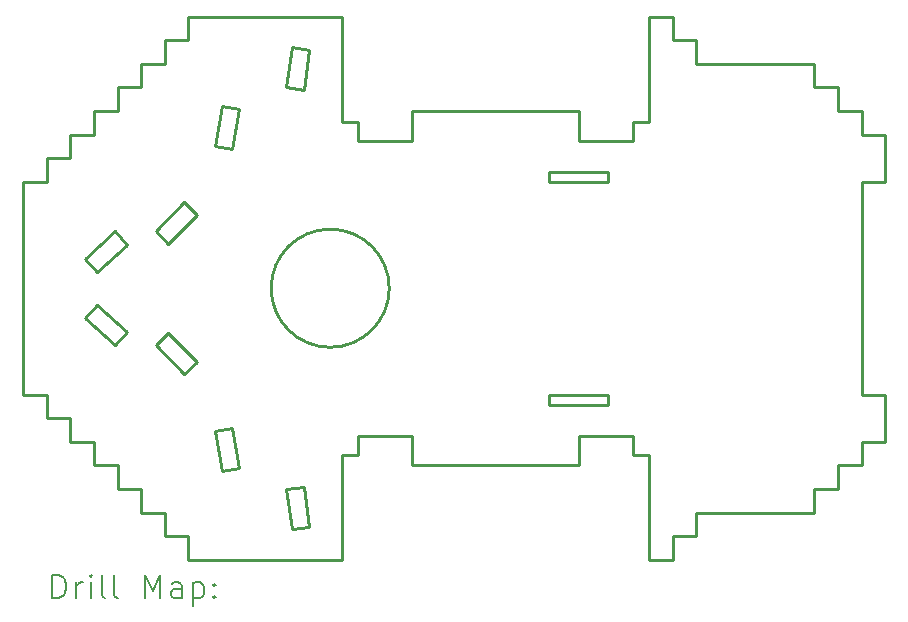
<source format=gbr>
%TF.GenerationSoftware,KiCad,Pcbnew,7.0.5*%
%TF.CreationDate,2024-01-12T06:43:09+09:00*%
%TF.ProjectId,uglyBob,75676c79-426f-4622-9e6b-696361645f70,rev?*%
%TF.SameCoordinates,Original*%
%TF.FileFunction,Drillmap*%
%TF.FilePolarity,Positive*%
%FSLAX45Y45*%
G04 Gerber Fmt 4.5, Leading zero omitted, Abs format (unit mm)*
G04 Created by KiCad (PCBNEW 7.0.5) date 2024-01-12 06:43:09*
%MOMM*%
%LPD*%
G01*
G04 APERTURE LIST*
%ADD10C,0.250000*%
%ADD11C,0.200000*%
G04 APERTURE END LIST*
D10*
X13100000Y-10900000D02*
X13100000Y-9100000D01*
X11300000Y-8590000D02*
X11165000Y-8590000D01*
X7000000Y-11900000D02*
X7200000Y-11900000D01*
X7400000Y-7700000D02*
X7400000Y-7900000D01*
X11165000Y-8590000D02*
X11165000Y-8750000D01*
X10455000Y-9015000D02*
X10455000Y-9100000D01*
X6200000Y-8900000D02*
X6200000Y-9100000D01*
X7228909Y-9622151D02*
X7471091Y-9377849D01*
X7200000Y-11900000D02*
X7200000Y-12100000D01*
X8227148Y-11700983D02*
X8275878Y-12041514D01*
X9295000Y-8500000D02*
X9295000Y-8750000D01*
X10955000Y-9100000D02*
X10955000Y-9015000D01*
X10705000Y-8750000D02*
X10705000Y-8500000D01*
X7623674Y-11205110D02*
X7680439Y-11544394D01*
X6000000Y-10900000D02*
X6200000Y-10900000D01*
X9295000Y-8750000D02*
X8835000Y-8750000D01*
X13100000Y-11300000D02*
X13300000Y-11300000D01*
X7471091Y-9377849D02*
X7364564Y-9272246D01*
X7828383Y-8480358D02*
X7680439Y-8455606D01*
X6622445Y-10138257D02*
X6521818Y-10249497D01*
X12900000Y-11700000D02*
X12900000Y-11500000D01*
X10455000Y-9100000D02*
X10955000Y-9100000D01*
X12900000Y-11500000D02*
X13100000Y-11500000D01*
X11700000Y-11900000D02*
X12700000Y-11900000D01*
X8835000Y-8590000D02*
X8700000Y-8590000D01*
X11165000Y-11410000D02*
X11300000Y-11410000D01*
X7828383Y-11519642D02*
X7771617Y-11180358D01*
X11500000Y-12300000D02*
X11500000Y-12100000D01*
X8700000Y-11410000D02*
X8835000Y-11410000D01*
X11500000Y-7900000D02*
X11500000Y-7700000D01*
X8835000Y-11250000D02*
X9295000Y-11250000D01*
X10705000Y-8500000D02*
X9295000Y-8500000D01*
X11165000Y-8750000D02*
X10705000Y-8750000D01*
X13300000Y-8700000D02*
X13100000Y-8700000D01*
X11165000Y-11250000D02*
X11165000Y-11410000D01*
X8375635Y-8320265D02*
X8424365Y-7979734D01*
X7771617Y-8819642D02*
X7828383Y-8480358D01*
X6877555Y-9630973D02*
X6776928Y-9519733D01*
X12900000Y-8500000D02*
X12900000Y-8300000D01*
X12700000Y-8100000D02*
X11700000Y-8100000D01*
X6000000Y-9100000D02*
X6000000Y-10900000D01*
X8700000Y-7700000D02*
X7400000Y-7700000D01*
X6600000Y-11300000D02*
X6600000Y-11500000D01*
X7200000Y-7900000D02*
X7200000Y-8100000D01*
X9295000Y-11250000D02*
X9295000Y-11500000D01*
X6521818Y-9750504D02*
X6622445Y-9861743D01*
X6800000Y-11500000D02*
X6800000Y-11700000D01*
X8424365Y-12020265D02*
X8375635Y-11679734D01*
X11300000Y-7700000D02*
X11300000Y-8590000D01*
X12700000Y-11900000D02*
X12700000Y-11700000D01*
X6400000Y-11300000D02*
X6600000Y-11300000D01*
X7771617Y-11180358D02*
X7623674Y-11205110D01*
X7228909Y-10377849D02*
X7122382Y-10483452D01*
X7680439Y-8455606D02*
X7623674Y-8794890D01*
X6400000Y-8700000D02*
X6400000Y-8900000D01*
X13300000Y-11300000D02*
X13300000Y-10900000D01*
X7000000Y-8100000D02*
X7000000Y-8300000D01*
X8700000Y-12300000D02*
X8700000Y-11410000D01*
X6200000Y-9100000D02*
X6000000Y-9100000D01*
X6776928Y-9519733D02*
X6521818Y-9750504D01*
X10705000Y-11250000D02*
X11165000Y-11250000D01*
X7400000Y-7900000D02*
X7200000Y-7900000D01*
X11300000Y-11410000D02*
X11300000Y-12300000D01*
X13100000Y-8500000D02*
X12900000Y-8500000D01*
X7122382Y-10483452D02*
X7364564Y-10727754D01*
X10455000Y-10985000D02*
X10955000Y-10985000D01*
X6800000Y-8500000D02*
X6600000Y-8500000D01*
X8375635Y-11679734D02*
X8227148Y-11700983D01*
X7200000Y-8100000D02*
X7000000Y-8100000D01*
X6600000Y-8500000D02*
X6600000Y-8700000D01*
X10705000Y-11500000D02*
X10705000Y-11250000D01*
X6800000Y-11700000D02*
X7000000Y-11700000D01*
X8275878Y-12041514D02*
X8424365Y-12020265D01*
X6400000Y-8900000D02*
X6200000Y-8900000D01*
X8275878Y-7958486D02*
X8227148Y-8299017D01*
X10955000Y-9015000D02*
X10455000Y-9015000D01*
X6877555Y-10369028D02*
X6622445Y-10138257D01*
X9100000Y-10000000D02*
G75*
G03*
X9100000Y-10000000I-500000J0D01*
G01*
X8835000Y-8750000D02*
X8835000Y-8590000D01*
X7471091Y-10622151D02*
X7228909Y-10377849D01*
X8700000Y-8590000D02*
X8700000Y-7700000D01*
X7400000Y-12100000D02*
X7400000Y-12300000D01*
X7364564Y-9272246D02*
X7122382Y-9516548D01*
X13100000Y-9100000D02*
X13300000Y-9100000D01*
X6622445Y-9861743D02*
X6877555Y-9630973D01*
X13100000Y-11500000D02*
X13100000Y-11300000D01*
X10955000Y-10900000D02*
X10455000Y-10900000D01*
X9295000Y-11500000D02*
X10705000Y-11500000D01*
X8227148Y-8299017D02*
X8375635Y-8320265D01*
X8424365Y-7979734D02*
X8275878Y-7958486D01*
X7122382Y-9516548D02*
X7228909Y-9622151D01*
X7364564Y-10727754D02*
X7471091Y-10622151D01*
X6200000Y-11100000D02*
X6400000Y-11100000D01*
X11700000Y-7900000D02*
X11500000Y-7900000D01*
X11500000Y-12100000D02*
X11700000Y-12100000D01*
X11300000Y-12300000D02*
X11500000Y-12300000D01*
X6776928Y-10480267D02*
X6877555Y-10369028D01*
X7623674Y-8794890D02*
X7771617Y-8819642D01*
X6200000Y-10900000D02*
X6200000Y-11100000D01*
X6521818Y-10249497D02*
X6776928Y-10480267D01*
X13100000Y-8700000D02*
X13100000Y-8500000D01*
X7000000Y-11700000D02*
X7000000Y-11900000D01*
X7200000Y-12100000D02*
X7400000Y-12100000D01*
X12700000Y-8300000D02*
X12700000Y-8100000D01*
X11500000Y-7700000D02*
X11300000Y-7700000D01*
X10955000Y-10985000D02*
X10955000Y-10900000D01*
X12700000Y-11700000D02*
X12900000Y-11700000D01*
X10455000Y-10900000D02*
X10455000Y-10985000D01*
X6400000Y-11100000D02*
X6400000Y-11300000D01*
X7400000Y-12300000D02*
X8700000Y-12300000D01*
X11700000Y-12100000D02*
X11700000Y-11900000D01*
X13300000Y-9100000D02*
X13300000Y-8700000D01*
X6800000Y-8300000D02*
X6800000Y-8500000D01*
X8835000Y-11410000D02*
X8835000Y-11250000D01*
X6600000Y-11500000D02*
X6800000Y-11500000D01*
X7680439Y-11544394D02*
X7828383Y-11519642D01*
X13300000Y-10900000D02*
X13100000Y-10900000D01*
X11700000Y-8100000D02*
X11700000Y-7900000D01*
X12900000Y-8300000D02*
X12700000Y-8300000D01*
X6600000Y-8700000D02*
X6400000Y-8700000D01*
X7000000Y-8300000D02*
X6800000Y-8300000D01*
D11*
X6248277Y-12623984D02*
X6248277Y-12423984D01*
X6248277Y-12423984D02*
X6295896Y-12423984D01*
X6295896Y-12423984D02*
X6324467Y-12433508D01*
X6324467Y-12433508D02*
X6343515Y-12452555D01*
X6343515Y-12452555D02*
X6353039Y-12471603D01*
X6353039Y-12471603D02*
X6362562Y-12509698D01*
X6362562Y-12509698D02*
X6362562Y-12538269D01*
X6362562Y-12538269D02*
X6353039Y-12576365D01*
X6353039Y-12576365D02*
X6343515Y-12595412D01*
X6343515Y-12595412D02*
X6324467Y-12614460D01*
X6324467Y-12614460D02*
X6295896Y-12623984D01*
X6295896Y-12623984D02*
X6248277Y-12623984D01*
X6448277Y-12623984D02*
X6448277Y-12490650D01*
X6448277Y-12528746D02*
X6457801Y-12509698D01*
X6457801Y-12509698D02*
X6467324Y-12500174D01*
X6467324Y-12500174D02*
X6486372Y-12490650D01*
X6486372Y-12490650D02*
X6505420Y-12490650D01*
X6572086Y-12623984D02*
X6572086Y-12490650D01*
X6572086Y-12423984D02*
X6562562Y-12433508D01*
X6562562Y-12433508D02*
X6572086Y-12443031D01*
X6572086Y-12443031D02*
X6581610Y-12433508D01*
X6581610Y-12433508D02*
X6572086Y-12423984D01*
X6572086Y-12423984D02*
X6572086Y-12443031D01*
X6695896Y-12623984D02*
X6676848Y-12614460D01*
X6676848Y-12614460D02*
X6667324Y-12595412D01*
X6667324Y-12595412D02*
X6667324Y-12423984D01*
X6800658Y-12623984D02*
X6781610Y-12614460D01*
X6781610Y-12614460D02*
X6772086Y-12595412D01*
X6772086Y-12595412D02*
X6772086Y-12423984D01*
X7029229Y-12623984D02*
X7029229Y-12423984D01*
X7029229Y-12423984D02*
X7095896Y-12566841D01*
X7095896Y-12566841D02*
X7162562Y-12423984D01*
X7162562Y-12423984D02*
X7162562Y-12623984D01*
X7343515Y-12623984D02*
X7343515Y-12519222D01*
X7343515Y-12519222D02*
X7333991Y-12500174D01*
X7333991Y-12500174D02*
X7314943Y-12490650D01*
X7314943Y-12490650D02*
X7276848Y-12490650D01*
X7276848Y-12490650D02*
X7257801Y-12500174D01*
X7343515Y-12614460D02*
X7324467Y-12623984D01*
X7324467Y-12623984D02*
X7276848Y-12623984D01*
X7276848Y-12623984D02*
X7257801Y-12614460D01*
X7257801Y-12614460D02*
X7248277Y-12595412D01*
X7248277Y-12595412D02*
X7248277Y-12576365D01*
X7248277Y-12576365D02*
X7257801Y-12557317D01*
X7257801Y-12557317D02*
X7276848Y-12547793D01*
X7276848Y-12547793D02*
X7324467Y-12547793D01*
X7324467Y-12547793D02*
X7343515Y-12538269D01*
X7438753Y-12490650D02*
X7438753Y-12690650D01*
X7438753Y-12500174D02*
X7457801Y-12490650D01*
X7457801Y-12490650D02*
X7495896Y-12490650D01*
X7495896Y-12490650D02*
X7514943Y-12500174D01*
X7514943Y-12500174D02*
X7524467Y-12509698D01*
X7524467Y-12509698D02*
X7533991Y-12528746D01*
X7533991Y-12528746D02*
X7533991Y-12585888D01*
X7533991Y-12585888D02*
X7524467Y-12604936D01*
X7524467Y-12604936D02*
X7514943Y-12614460D01*
X7514943Y-12614460D02*
X7495896Y-12623984D01*
X7495896Y-12623984D02*
X7457801Y-12623984D01*
X7457801Y-12623984D02*
X7438753Y-12614460D01*
X7619705Y-12604936D02*
X7629229Y-12614460D01*
X7629229Y-12614460D02*
X7619705Y-12623984D01*
X7619705Y-12623984D02*
X7610182Y-12614460D01*
X7610182Y-12614460D02*
X7619705Y-12604936D01*
X7619705Y-12604936D02*
X7619705Y-12623984D01*
X7619705Y-12500174D02*
X7629229Y-12509698D01*
X7629229Y-12509698D02*
X7619705Y-12519222D01*
X7619705Y-12519222D02*
X7610182Y-12509698D01*
X7610182Y-12509698D02*
X7619705Y-12500174D01*
X7619705Y-12500174D02*
X7619705Y-12519222D01*
M02*

</source>
